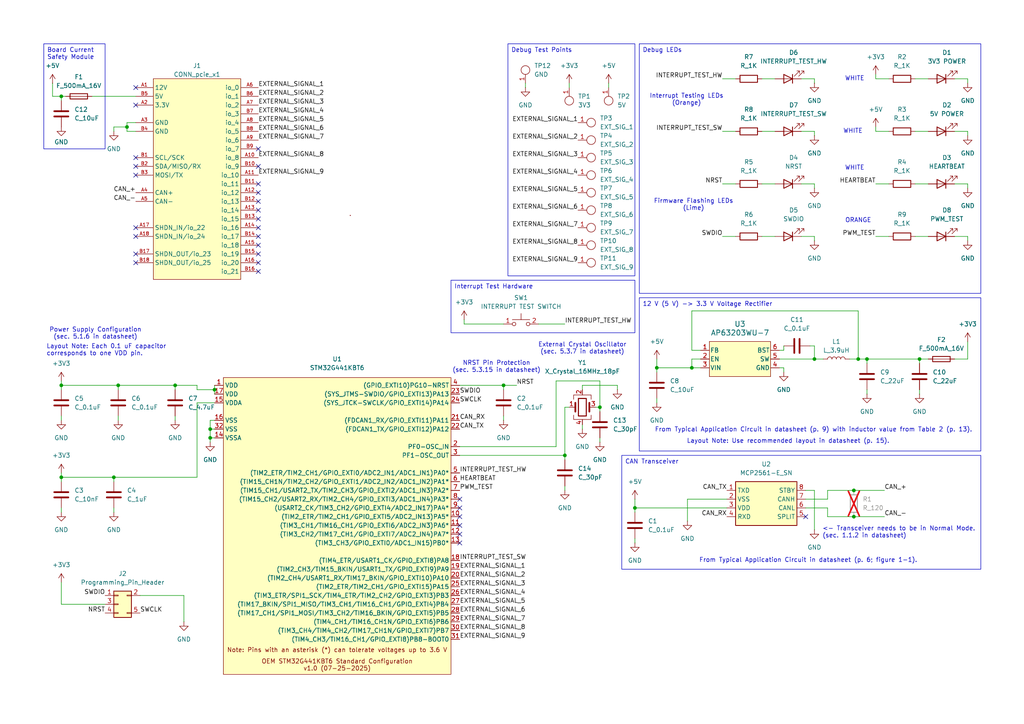
<source format=kicad_sch>
(kicad_sch (version 20250114) (generator "eeschema") (generator_version "9.0")
  (paper "A4")
  (title_block (title "STM32G441KBT6 Development Board") (date "2025-08-21") (rev "1.1") (comment 1 "Hardware: Henry Tejada Deras; Firmware: Jacob Likins"))
  (text "WHITE" (at 247.904 22.86 0) (effects (font (size 1.27 1.27))))
  (text "Layout Note: Use recommended layout in datasheet (p. 15)." (at 228.6 128.016 0) (effects (font (size 1.27 1.27))))
  (text "<- Transceiver needs to be in Normal Mode.\n(sec. 1.1.2 in datasheet)" (at 238.506 154.432 0) (effects (font (size 1.27 1.27)) (justify left)))
  (text "Interrupt Testing LEDs\n(Orange)" (at 199.136 28.956 0) (effects (font (size 1.27 1.27))))
  (text "From Typical Application Circuit in datasheet (p. 6; figure 1-1)." (at 234.442 162.56 0) (effects (font (size 1.27 1.27))))
  (text "NRST Pin Protection\n(sec. 5.3.15 in datasheet)" (at 144.018 106.426 0) (effects (font (size 1.27 1.27))))
  (text "WHITE" (at 247.904 48.768 0) (effects (font (size 1.27 1.27))))
  (text "Power Supply Configuration\n(sec. 5.1.6 in datasheet)" (at 27.686 96.774 0) (effects (font (size 1.27 1.27))))
  (text "ORANGE" (at 248.92 64.008 0) (effects (font (size 1.27 1.27))))
  (text "WHITE" (at 247.396 38.1 0) (effects (font (size 1.27 1.27))))
  (text "External Crystal Oscillator\n(sec. 5.3.7 in datasheet)" (at 168.91 101.092 0) (effects (font (size 1.27 1.27))))
  (text "Layout Note: Each 0.1 uF capacitor\ncorresponds to one VDD pin." (at 13.462 101.6 0) (effects (font (size 1.27 1.27)) (justify left)))
  (text "Firmware Flashing LEDs\n(Lime)" (at 201.168 59.436 0) (effects (font (size 1.27 1.27))))
  (text "From Typical Application Circuit in datasheet (p. 9) with inductor value from Table 2 (p. 13)." (at 235.966 124.714 0) (effects (font (size 1.27 1.27))))
  (text_box "12 V (5 V) -> 3.3 V Voltage Rectifier" (at 185.42 86.36 0) (size 99.06 44.45) (margins 0.9525 0.9525 0.9525 0.9525) (effects (font (size 1.27 1.27)) (justify left top)))
  (text_box "Debug LEDs" (at 185.42 12.7 0) (size 99.06 72.39) (margins 0.9525 0.9525 0.9525 0.9525) (effects (font (size 1.27 1.27)) (justify left top)))
  (text_box "Interrupt Test Hardware" (at 130.81 81.28 0) (size 53.34 15.24) (margins 0.9525 0.9525 0.9525 0.9525) (effects (font (size 1.27 1.27)) (justify left top)))
  (text_box "Debug Test Points" (at 147.32 12.7 0) (size 36.83 67.31) (margins 0.9525 0.9525 0.9525 0.9525) (effects (font (size 1.27 1.27)) (justify left top)))
  (text_box "Board Current Safety Module" (at 12.7 12.7 0) (size 17.78 30.48) (margins 0.9525 0.9525 0.9525 0.9525) (effects (font (size 1.27 1.27)) (justify left top)))
  (text_box "CAN Transceiver" (at 180.34 132.08 0) (size 104.14 33.02) (margins 0.9525 0.9525 0.9525 0.9525) (effects (font (size 1.27 1.27)) (justify left top)))
  (junction (at 248.92 104.14))
  (junction (at 60.96 124.46))
  (junction (at 17.78 138.43))
  (junction (at 33.02 138.43))
  (junction (at 163.83 132.08))
  (junction (at 247.65 142.24))
  (junction (at 36.83 36.83))
  (junction (at 173.99 118.11))
  (junction (at 50.8 111.76))
  (junction (at 200.66 106.68))
  (junction (at 251.46 104.14))
  (junction (at 236.22 104.14))
  (junction (at 146.05 111.76))
  (junction (at 17.78 27.94))
  (junction (at 60.96 127))
  (junction (at 34.29 111.76))
  (junction (at 247.65 149.86))
  (junction (at 62.23 113.03))
  (junction (at 17.78 111.76))
  (junction (at 266.7 104.14))
  (junction (at 184.15 147.32))
  (junction (at 190.5 106.68))
  (no_connect (at 39.37 48.26))
  (no_connect (at 39.37 45.72))
  (no_connect (at 74.93 63.5))
  (no_connect (at 39.37 25.4))
  (no_connect (at 133.35 149.86))
  (no_connect (at 39.37 50.8))
  (no_connect (at 74.93 66.04))
  (no_connect (at 39.37 76.2))
  (no_connect (at 133.35 157.48))
  (no_connect (at 133.35 154.94))
  (no_connect (at 74.93 76.2))
  (no_connect (at 133.35 144.78))
  (no_connect (at 74.93 48.26))
  (no_connect (at 74.93 43.18))
  (no_connect (at 74.93 60.96))
  (no_connect (at 39.37 68.58))
  (no_connect (at 74.93 78.74))
  (no_connect (at 233.68 149.86))
  (no_connect (at 39.37 66.04))
  (no_connect (at 74.93 71.12))
  (no_connect (at 39.37 73.66))
  (no_connect (at 74.93 55.88))
  (no_connect (at 74.93 58.42))
  (no_connect (at 74.93 53.34))
  (no_connect (at 39.37 30.48))
  (no_connect (at 133.35 147.32))
  (no_connect (at 74.93 68.58))
  (no_connect (at 133.35 152.4))
  (no_connect (at 74.93 73.66))
  (wire (pts (xy 226.06 101.6) (xy 227.33 101.6)))
  (wire (pts (xy 36.83 36.83) (xy 36.83 38.1)))
  (wire (pts (xy 17.78 137.16) (xy 17.78 138.43)))
  (wire (pts (xy 247.65 149.86) (xy 256.54 149.86)))
  (wire (pts (xy 213.36 22.86) (xy 209.55 22.86)))
  (wire (pts (xy 17.78 175.26) (xy 17.78 168.91)))
  (wire (pts (xy 15.24 24.13) (xy 15.24 27.94)))
  (wire (pts (xy 227.33 107.95) (xy 227.33 106.68)))
  (wire (pts (xy 15.24 27.94) (xy 17.78 27.94)))
  (wire (pts (xy 33.02 138.43) (xy 33.02 139.7)))
  (wire (pts (xy 233.68 147.32) (xy 240.03 147.32)))
  (wire (pts (xy 200.66 101.6) (xy 203.2 101.6)))
  (wire (pts (xy 62.23 116.84) (xy 57.15 116.84)))
  (wire (pts (xy 53.34 172.72) (xy 53.34 180.34)))
  (wire (pts (xy 39.37 35.56) (xy 36.83 35.56)))
  (wire (pts (xy 60.96 127) (xy 60.96 128.27)))
  (wire (pts (xy 190.5 106.68) (xy 190.5 107.95)))
  (wire (pts (xy 134.62 92.71) (xy 134.62 93.98)))
  (wire (pts (xy 190.5 115.57) (xy 190.5 116.84)))
  (wire (pts (xy 213.36 68.58) (xy 209.55 68.58)))
  (wire (pts (xy 233.68 144.78) (xy 240.03 144.78)))
  (wire (pts (xy 233.68 142.24) (xy 236.22 142.24)))
  (wire (pts (xy 17.78 120.65) (xy 17.78 121.92)))
  (wire (pts (xy 62.23 127) (xy 60.96 127)))
  (wire (pts (xy 257.81 38.1) (xy 254 38.1)))
  (wire (pts (xy 232.41 38.1) (xy 236.22 38.1)))
  (wire (pts (xy 251.46 104.14) (xy 266.7 104.14)))
  (wire (pts (xy 62.23 113.03) (xy 57.15 113.03)))
  (wire (pts (xy 226.06 104.14) (xy 236.22 104.14)))
  (wire (pts (xy 240.03 147.32) (xy 240.03 149.86)))
  (wire (pts (xy 146.05 120.65) (xy 146.05 121.92)))
  (wire (pts (xy 57.15 116.84) (xy 57.15 138.43)))
  (wire (pts (xy 161.29 110.49) (xy 161.29 129.54)))
  (wire (pts (xy 248.92 104.14) (xy 248.92 90.17)))
  (wire (pts (xy 163.83 132.08) (xy 163.83 133.35)))
  (wire (pts (xy 152.4 24.13) (xy 152.4 25.4)))
  (wire (pts (xy 62.23 111.76) (xy 62.23 113.03)))
  (wire (pts (xy 168.91 111.76) (xy 179.07 111.76)))
  (wire (pts (xy 190.5 104.14) (xy 190.5 106.68)))
  (wire (pts (xy 57.15 113.03) (xy 57.15 111.76)))
  (wire (pts (xy 168.91 111.76) (xy 168.91 113.03)))
  (wire (pts (xy 240.03 142.24) (xy 247.65 142.24)))
  (wire (pts (xy 19.05 27.94) (xy 17.78 27.94)))
  (wire (pts (xy 173.99 118.11) (xy 172.72 118.11)))
  (wire (pts (xy 248.92 90.17) (xy 200.66 90.17)))
  (wire (pts (xy 213.36 53.34) (xy 209.55 53.34)))
  (wire (pts (xy 200.66 106.68) (xy 203.2 106.68)))
  (wire (pts (xy 146.05 93.98) (xy 134.62 93.98)))
  (wire (pts (xy 36.83 38.1) (xy 39.37 38.1)))
  (wire (pts (xy 133.35 111.76) (xy 146.05 111.76)))
  (wire (pts (xy 40.64 172.72) (xy 53.34 172.72)))
  (wire (pts (xy 276.86 38.1) (xy 280.67 38.1)))
  (wire (pts (xy 266.7 104.14) (xy 266.7 105.41)))
  (wire (pts (xy 213.36 38.1) (xy 209.55 38.1)))
  (wire (pts (xy 163.83 132.08) (xy 163.83 118.11)))
  (wire (pts (xy 266.7 104.14) (xy 269.24 104.14)))
  (wire (pts (xy 168.91 123.19) (xy 168.91 124.46)))
  (wire (pts (xy 251.46 113.03) (xy 251.46 114.3)))
  (wire (pts (xy 184.15 148.59) (xy 184.15 147.32)))
  (wire (pts (xy 173.99 110.49) (xy 173.99 118.11)))
  (wire (pts (xy 133.35 129.54) (xy 161.29 129.54)))
  (wire (pts (xy 184.15 147.32) (xy 210.82 147.32)))
  (wire (pts (xy 246.38 104.14) (xy 248.92 104.14)))
  (wire (pts (xy 220.98 22.86) (xy 224.79 22.86)))
  (wire (pts (xy 227.33 101.6) (xy 227.33 100.33)))
  (wire (pts (xy 34.29 111.76) (xy 50.8 111.76)))
  (wire (pts (xy 232.41 22.86) (xy 236.22 22.86)))
  (wire (pts (xy 257.81 53.34) (xy 254 53.34)))
  (wire (pts (xy 236.22 38.1) (xy 236.22 39.37)))
  (wire (pts (xy 146.05 111.76) (xy 146.05 113.03)))
  (wire (pts (xy 232.41 53.34) (xy 236.22 53.34)))
  (wire (pts (xy 280.67 22.86) (xy 280.67 24.13)))
  (wire (pts (xy 266.7 113.03) (xy 266.7 114.3)))
  (wire (pts (xy 265.43 38.1) (xy 269.24 38.1)))
  (wire (pts (xy 236.22 68.58) (xy 236.22 69.85)))
  (wire (pts (xy 34.29 111.76) (xy 34.29 113.03)))
  (wire (pts (xy 265.43 68.58) (xy 269.24 68.58)))
  (wire (pts (xy 17.78 175.26) (xy 30.48 175.26)))
  (wire (pts (xy 280.67 53.34) (xy 280.67 54.61)))
  (wire (pts (xy 210.82 144.78) (xy 199.39 144.78)))
  (wire (pts (xy 36.83 35.56) (xy 36.83 36.83)))
  (wire (pts (xy 276.86 22.86) (xy 280.67 22.86)))
  (wire (pts (xy 146.05 111.76) (xy 149.86 111.76)))
  (wire (pts (xy 265.43 53.34) (xy 269.24 53.34)))
  (wire (pts (xy 220.98 38.1) (xy 224.79 38.1)))
  (wire (pts (xy 17.78 27.94) (xy 17.78 29.21)))
  (wire (pts (xy 173.99 127) (xy 173.99 128.27)))
  (wire (pts (xy 280.67 104.14) (xy 276.86 104.14)))
  (wire (pts (xy 163.83 118.11) (xy 165.1 118.11)))
  (wire (pts (xy 248.92 104.14) (xy 251.46 104.14)))
  (wire (pts (xy 240.03 144.78) (xy 240.03 142.24)))
  (wire (pts (xy 236.22 22.86) (xy 236.22 24.13)))
  (wire (pts (xy 236.22 53.34) (xy 236.22 54.61)))
  (wire (pts (xy 280.67 68.58) (xy 280.67 69.85)))
  (wire (pts (xy 200.66 104.14) (xy 200.66 106.68)))
  (wire (pts (xy 251.46 104.14) (xy 251.46 105.41)))
  (wire (pts (xy 265.43 22.86) (xy 269.24 22.86)))
  (wire (pts (xy 33.02 36.83) (xy 33.02 38.1)))
  (wire (pts (xy 236.22 100.33) (xy 236.22 104.14)))
  (wire (pts (xy 200.66 90.17) (xy 200.66 101.6)))
  (wire (pts (xy 190.5 106.68) (xy 200.66 106.68)))
  (wire (pts (xy 17.78 110.49) (xy 17.78 111.76)))
  (wire (pts (xy 17.78 111.76) (xy 17.78 113.03)))
  (wire (pts (xy 179.07 111.76) (xy 179.07 113.03)))
  (wire (pts (xy 184.15 157.48) (xy 184.15 156.21)))
  (wire (pts (xy 280.67 99.06) (xy 280.67 104.14)))
  (wire (pts (xy 133.35 132.08) (xy 163.83 132.08)))
  (wire (pts (xy 62.23 113.03) (xy 62.23 114.3)))
  (wire (pts (xy 173.99 119.38) (xy 173.99 118.11)))
  (wire (pts (xy 50.8 120.65) (xy 50.8 121.92)))
  (wire (pts (xy 254 38.1) (xy 254 36.83)))
  (wire (pts (xy 276.86 53.34) (xy 280.67 53.34)))
  (wire (pts (xy 276.86 68.58) (xy 280.67 68.58)))
  (wire (pts (xy 17.78 148.59) (xy 17.78 147.32)))
  (wire (pts (xy 280.67 38.1) (xy 280.67 39.37)))
  (wire (pts (xy 17.78 139.7) (xy 17.78 138.43)))
  (wire (pts (xy 33.02 138.43) (xy 57.15 138.43)))
  (wire (pts (xy 57.15 111.76) (xy 50.8 111.76)))
  (wire (pts (xy 60.96 121.92) (xy 60.96 124.46)))
  (wire (pts (xy 60.96 124.46) (xy 62.23 124.46)))
  (wire (pts (xy 220.98 68.58) (xy 224.79 68.58)))
  (wire (pts (xy 33.02 36.83) (xy 36.83 36.83)))
  (wire (pts (xy 203.2 104.14) (xy 200.66 104.14)))
  (wire (pts (xy 227.33 106.68) (xy 226.06 106.68)))
  (wire (pts (xy 257.81 68.58) (xy 254 68.58)))
  (wire (pts (xy 163.83 140.97) (xy 163.83 142.24)))
  (wire (pts (xy 199.39 144.78) (xy 199.39 151.13)))
  (wire (pts (xy 238.76 104.14) (xy 236.22 104.14)))
  (wire (pts (xy 26.67 27.94) (xy 39.37 27.94)))
  (wire (pts (xy 236.22 142.24) (xy 236.22 153.67)))
  (wire (pts (xy 234.95 100.33) (xy 236.22 100.33)))
  (wire (pts (xy 184.15 144.78) (xy 184.15 147.32)))
  (wire (pts (xy 17.78 111.76) (xy 34.29 111.76)))
  (wire (pts (xy 165.1 24.13) (xy 165.1 25.4)))
  (wire (pts (xy 33.02 147.32) (xy 33.02 148.59)))
  (wire (pts (xy 254 22.86) (xy 254 21.59)))
  (wire (pts (xy 161.29 110.49) (xy 173.99 110.49)))
  (wire (pts (xy 220.98 53.34) (xy 224.79 53.34)))
  (wire (pts (xy 176.53 24.13) (xy 176.53 25.4)))
  (wire (pts (xy 60.96 127) (xy 60.96 124.46)))
  (wire (pts (xy 156.21 93.98) (xy 163.83 93.98)))
  (wire (pts (xy 50.8 111.76) (xy 50.8 113.03)))
  (wire (pts (xy 34.29 120.65) (xy 34.29 121.92)))
  (wire (pts (xy 240.03 149.86) (xy 247.65 149.86)))
  (wire (pts (xy 62.23 121.92) (xy 60.96 121.92)))
  (wire (pts (xy 17.78 138.43) (xy 33.02 138.43)))
  (wire (pts (xy 247.65 142.24) (xy 256.54 142.24)))
  (wire (pts (xy 232.41 68.58) (xy 236.22 68.58)))
  (wire (pts (xy 257.81 22.86) (xy 254 22.86)))
  (label "PWM_TEST" (at 254 68.58 180))
  (label "CAN_+" (at 39.37 55.88 180))
  (label "EXTERNAL_SIGNAL_9" (at 167.64 76.2 180))
  (label "SWDIO" (at 209.55 68.58 180))
  (label "CAN_-" (at 39.37 58.42 180))
  (label "SWCLK" (at 40.64 177.8 0))
  (label "CAN_RX" (at 133.35 121.92 0))
  (label "EXTERNAL_SIGNAL_6" (at 167.64 60.96 180))
  (label "SWCLK" (at 133.35 116.84 0))
  (label "EXTERNAL_SIGNAL_7" (at 133.35 180.34 0))
  (label "HEARTBEAT" (at 133.35 139.7 0))
  (label "EXTERNAL_SIGNAL_8" (at 167.64 71.12 180))
  (label "EXTERNAL_SIGNAL_3" (at 74.93 30.48 0))
  (label "INTERRUPT_TEST_HW" (at 209.55 22.86 180))
  (label "EXTERNAL_SIGNAL_8" (at 74.93 45.72 0))
  (label "SWDIO" (at 133.35 114.3 0))
  (label "EXTERNAL_SIGNAL_2" (at 167.64 40.64 180))
  (label "EXTERNAL_SIGNAL_4" (at 167.64 50.8 180))
  (label "EXTERNAL_SIGNAL_2" (at 133.35 167.64 0))
  (label "EXTERNAL_SIGNAL_1" (at 133.35 165.1 0))
  (label "CAN_TX" (at 210.82 142.24 180))
  (label "PWM_TEST" (at 133.35 142.24 0))
  (label "EXTERNAL_SIGNAL_4" (at 133.35 172.72 0))
  (label "EXTERNAL_SIGNAL_1" (at 74.93 25.4 0))
  (label "EXTERNAL_SIGNAL_9" (at 133.35 185.42 0))
  (label "NRST" (at 209.55 53.34 180))
  (label "INTERRUPT_TEST_HW" (at 163.83 93.98 0))
  (label "CAN_+" (at 256.54 142.24 0))
  (label "EXTERNAL_SIGNAL_7" (at 74.93 40.64 0))
  (label "NRST" (at 30.48 177.8 180))
  (label "EXTERNAL_SIGNAL_6" (at 133.35 177.8 0))
  (label "EXTERNAL_SIGNAL_5" (at 167.64 55.88 180))
  (label "CAN_-" (at 256.54 149.86 0))
  (label "EXTERNAL_SIGNAL_1" (at 167.64 35.56 180))
  (label "INTERRUPT_TEST_SW" (at 209.55 38.1 180))
  (label "EXTERNAL_SIGNAL_3" (at 133.35 170.18 0))
  (label "CAN_RX" (at 210.82 149.86 180))
  (label "EXTERNAL_SIGNAL_4" (at 74.93 33.02 0))
  (label "INTERRUPT_TEST_SW" (at 133.35 162.56 0))
  (label "EXTERNAL_SIGNAL_8" (at 133.35 182.88 0))
  (label "EXTERNAL_SIGNAL_3" (at 167.64 45.72 180))
  (label "EXTERNAL_SIGNAL_7" (at 167.64 66.04 180))
  (label "INTERRUPT_TEST_HW" (at 133.35 137.16 0))
  (label "SWDIO" (at 30.48 172.72 180))
  (label "CAN_TX" (at 133.35 124.46 0))
  (label "EXTERNAL_SIGNAL_6" (at 74.93 38.1 0))
  (label "EXTERNAL_SIGNAL_9" (at 74.93 50.8 0))
  (label "EXTERNAL_SIGNAL_2" (at 74.93 27.94 0))
  (label "NRST" (at 149.86 111.76 0))
  (label "HEARTBEAT" (at 254 53.34 180))
  (label "EXTERNAL_SIGNAL_5" (at 133.35 175.26 0))
  (label "EXTERNAL_SIGNAL_5" (at 74.93 35.56 0))
  (symbol (lib_id "OEM:R_1K") (at 261.62 38.1 90) (unit 1)
    (property "Reference" "R3" (at 261.62 31.75 90))
    (property "Value" "R_1K" (at 261.62 34.29 90))
    (property "Footprint" "OEM:R_0603" (effects (hide yes)))
    (property "Datasheet" "${OEM_DIR}/parts/datasheets/stackpole_RMCF_RMCP.pdf" (effects (hide yes)))
    (property "Description" "Resistor 1K ohm 0603 1/10W 1%" (effects (hide yes)))
    (property "MPN" "RMCF0603FT1K00" (effects (hide yes)))
    (property "DKPN" "RMCF0603FT1K00TR-ND" (effects (hide yes)))
    (property "MFN" "Stackpole Electronics" (effects (hide yes)))
    (property "NewDesigns" "YES" (effects (hide yes)))
    (property "Stocked" "Reel" (effects (hide yes)))
    (property "Package" "0603" (effects (hide yes)))
    (property "Style" "SMD" (effects (hide yes)))
  )
  (symbol (lib_id "power:GND") (at 236.22 24.13 0) (unit 1)
    (property "Reference" "#PWR031" (effects (hide yes)))
    (property "Value" "GND" (at 236.22 29.21 0))
    (property "Description" "Power symbol creates a global label with name \"GND\" , ground" (effects (hide yes)))
  )
  (symbol (lib_id "OEM:LED_WHITE") (at 273.05 38.1 180) (unit 1)
    (property "Reference" "D2" (at 274.6375 30.48 0))
    (property "Value" "5V POWER" (at 274.6375 33.02 0))
    (property "Footprint" "OEM:CHIPLED_0805" (effects (hide yes)))
    (property "Datasheet" "${OEM_DIR}/parts/datasheets/harvatek_B1701TW--20P000314U1930.pdf" (effects (hide yes)))
    (property "Description" "Light emitting diode" (effects (hide yes)))
    (property "MPN" "B1701TW--20P000314U1930" (effects (hide yes)))
    (property "MFN" "Harvatek" (effects (hide yes)))
    (property "DKPN" "3147-B1701TW--20P000314U1930DKR-ND" (effects (hide yes)))
    (property "Package" "0805" (effects (hide yes)))
    (property "NewDesigns" "Yes" (effects (hide yes)))
    (property "Stocked" "Digi-Reel" (effects (hide yes)))
    (property "Style" "SMD" (effects (hide yes)))
  )
  (symbol (lib_id "OEM:R_1K") (at 261.62 53.34 90) (unit 1)
    (property "Reference" "R4" (at 261.62 46.99 90))
    (property "Value" "R_1K" (at 261.62 49.53 90))
    (property "Footprint" "OEM:R_0603" (effects (hide yes)))
    (property "Datasheet" "${OEM_DIR}/parts/datasheets/stackpole_RMCF_RMCP.pdf" (effects (hide yes)))
    (property "Description" "Resistor 1K ohm 0603 1/10W 1%" (effects (hide yes)))
    (property "MPN" "RMCF0603FT1K00" (effects (hide yes)))
    (property "DKPN" "RMCF0603FT1K00TR-ND" (effects (hide yes)))
    (property "MFN" "Stackpole Electronics" (effects (hide yes)))
    (property "NewDesigns" "YES" (effects (hide yes)))
    (property "Stocked" "Reel" (effects (hide yes)))
    (property "Package" "0603" (effects (hide yes)))
    (property "Style" "SMD" (effects (hide yes)))
  )
  (symbol (lib_id "OEM:TP_SMD") (at 168.91 50.8 270) (unit 1)
    (property "Reference" "TP6" (at 173.99 49.5299 90) (effects (justify left)))
    (property "Value" "EXT_SIG_4" (at 173.99 52.0699 90) (effects (justify left)))
    (property "Footprint" "OEM:Test_Point_SMD" (effects (hide yes)))
    (property "Description" "test point SMD hook" (effects (hide yes)))
    (property "MPN" "5019" (effects (hide yes)))
    (property "MFN" "Keystone" (effects (hide yes)))
    (property "DKPN" "36-5019TR-ND" (effects (hide yes)))
    (property "NewDesigns" "YES" (effects (hide yes)))
    (property "Stocked" "Reel" (effects (hide yes)))
    (property "Package" "Custom" (effects (hide yes)))
    (property "Style" "SMD" (effects (hide yes)))
  )
  (symbol (lib_id "OEM:TP_SMD") (at 152.4 22.86 0) (unit 1)
    (property "Reference" "TP12" (at 154.94 19.0499 0) (effects (justify left)))
    (property "Value" "GND" (at 154.94 21.5899 0) (effects (justify left)))
    (property "Footprint" "OEM:Test_Point_SMD" (effects (hide yes)))
    (property "Description" "test point SMD hook" (effects (hide yes)))
    (property "MPN" "5019" (effects (hide yes)))
    (property "MFN" "Keystone" (effects (hide yes)))
    (property "DKPN" "36-5019TR-ND" (effects (hide yes)))
    (property "NewDesigns" "YES" (effects (hide yes)))
    (property "Stocked" "Reel" (effects (hide yes)))
    (property "Package" "Custom" (effects (hide yes)))
    (property "Style" "SMD" (effects (hide yes)))
  )
  (symbol (lib_id "OEM:SW_Push_SPST_NO") (at 151.13 93.98 0) (unit 1)
    (property "Reference" "SW1" (at 151.13 86.36 0))
    (property "Value" "INTERRUPT TEST SWITCH" (at 151.13 88.9 0))
    (property "Footprint" "OEM:SW_B3U-1000P_4.2x1.7mm" (effects (hide yes)))
    (property "Datasheet" "https://omronfs.omron.com/en_US/ecb/products/pdf/en-b3u.pdf" (effects (hide yes)))
    (property "Description" "push button SMD" (effects (hide yes)))
    (property "MPN" "B3U-1000P" (effects (hide yes)))
    (property "MFN" "Omron" (effects (hide yes)))
    (property "DKPN" "SW1020CT-ND" (effects (hide yes)))
    (property "NewDesigns" "YES" (effects (hide yes)))
    (property "Stocked" "Tape" (effects (hide yes)))
    (property "Package" "Custom" (effects (hide yes)))
    (property "Style" "SMD" (effects (hide yes)))
  )
  (symbol (lib_id "power:GND") (at 184.15 157.48 0) (unit 1)
    (property "Reference" "#PWR11" (effects (hide yes)))
    (property "Value" "GND" (at 184.15 162.56 0))
    (property "Description" "Power symbol creates a global label with name \"GND\" , ground" (effects (hide yes)))
  )
  (symbol (lib_id "power:+5V") (at 190.5 104.14 0) (unit 1)
    (property "Reference" "#PWR035" (effects (hide yes)))
    (property "Value" "+5V" (at 190.5 99.06 0))
    (property "Description" "Power symbol creates a global label with name \"+5V\"" (effects (hide yes)))
  )
  (symbol (lib_id "power:GND") (at 17.78 121.92 0) (unit 1)
    (property "Reference" "#PWR039" (effects (hide yes)))
    (property "Value" "GND" (at 17.78 127 0))
    (property "Description" "Power symbol creates a global label with name \"GND\" , ground" (effects (hide yes)))
  )
  (symbol (lib_id "OEM:LED_WHITE") (at 273.05 53.34 180) (unit 1)
    (property "Reference" "D3" (at 274.6375 45.72 0))
    (property "Value" "HEARTBEAT" (at 274.6375 48.26 0))
    (property "Footprint" "OEM:CHIPLED_0805" (effects (hide yes)))
    (property "Datasheet" "${OEM_DIR}/parts/datasheets/harvatek_B1701TW--20P000314U1930.pdf" (effects (hide yes)))
    (property "Description" "Light emitting diode" (effects (hide yes)))
    (property "MPN" "B1701TW--20P000314U1930" (effects (hide yes)))
    (property "MFN" "Harvatek" (effects (hide yes)))
    (property "DKPN" "3147-B1701TW--20P000314U1930DKR-ND" (effects (hide yes)))
    (property "Package" "0805" (effects (hide yes)))
    (property "NewDesigns" "Yes" (effects (hide yes)))
    (property "Stocked" "Digi-Reel" (effects (hide yes)))
    (property "Style" "SMD" (effects (hide yes)))
  )
  (symbol (lib_id "power:+3V3") (at 17.78 137.16 0) (unit 1)
    (property "Reference" "#PWR014" (effects (hide yes)))
    (property "Value" "+3V3" (at 17.78 132.08 0))
    (property "Description" "Power symbol creates a global label with name \"+3V3\"" (effects (hide yes)))
  )
  (symbol (lib_id "OEM:C_30pF") (at 163.83 137.16 0) (unit 1)
    (property "Reference" "C14" (at 167.64 135.8899 0) (effects (justify left)))
    (property "Value" "C_30pF" (at 167.64 138.4299 0) (effects (justify left)))
    (property "Footprint" "OEM:C_0603" (effects (hide yes)))
    (property "Datasheet" "https://www.seielect.com/Catalog/SEI-CML.PDF" (effects (hide yes)))
    (property "Description" "Unpolarized capacitor 30pf 5% 50V C0G NP0 0603" (effects (hide yes)))
    (property "MPN" "CML0603C0G300JT50V" (effects (hide yes)))
    (property "MFN" "Stackpole Electronics" (effects (hide yes)))
    (property "DKPN" "738-CML0603C0G300JT50VDKR-ND" (effects (hide yes)))
    (property "NewDesigns" "YES" (effects (hide yes)))
    (property "Stocked" "Digi-Reel" (effects (hide yes)))
    (property "Package" "0603" (effects (hide yes)))
    (property "Style" "SMD" (effects (hide yes)))
  )
  (symbol (lib_id "power:+5V") (at 176.53 24.13 0) (unit 1)
    (property "Reference" "#PWR07" (effects (hide yes)))
    (property "Value" "+5V" (at 176.53 19.05 0))
    (property "Description" "Power symbol creates a global label with name \"+5V\"" (effects (hide yes)))
  )
  (symbol (lib_id "power:GND") (at 34.29 121.92 0) (unit 1)
    (property "Reference" "#PWR040" (effects (hide yes)))
    (property "Value" "GND" (at 34.29 127 0))
    (property "Description" "Power symbol creates a global label with name \"GND\" , ground" (effects (hide yes)))
  )
  (symbol (lib_id "OEM:R_1K") (at 261.62 22.86 90) (unit 1)
    (property "Reference" "R2" (at 261.62 16.51 90))
    (property "Value" "R_1K" (at 261.62 19.05 90))
    (property "Footprint" "OEM:R_0603" (effects (hide yes)))
    (property "Datasheet" "${OEM_DIR}/parts/datasheets/stackpole_RMCF_RMCP.pdf" (effects (hide yes)))
    (property "Description" "Resistor 1K ohm 0603 1/10W 1%" (effects (hide yes)))
    (property "MPN" "RMCF0603FT1K00" (effects (hide yes)))
    (property "DKPN" "RMCF0603FT1K00TR-ND" (effects (hide yes)))
    (property "MFN" "Stackpole Electronics" (effects (hide yes)))
    (property "NewDesigns" "YES" (effects (hide yes)))
    (property "Stocked" "Reel" (effects (hide yes)))
    (property "Package" "0603" (effects (hide yes)))
    (property "Style" "SMD" (effects (hide yes)))
  )
  (symbol (lib_id "power:+3V3") (at 134.62 92.71 0) (unit 1)
    (property "Reference" "#PWR028" (effects (hide yes)))
    (property "Value" "+3V3" (at 134.62 87.63 0))
    (property "Description" "Power symbol creates a global label with name \"+3V3\"" (effects (hide yes)))
  )
  (symbol (lib_id "power:GND") (at 33.02 148.59 0) (unit 1)
    (property "Reference" "#PWR013" (effects (hide yes)))
    (property "Value" "GND" (at 33.02 153.67 0))
    (property "Description" "Power symbol creates a global label with name \"GND\" , ground" (effects (hide yes)))
  )
  (symbol (lib_id "OEM:TP_SMD") (at 165.1 26.67 180) (unit 1)
    (property "Reference" "TP1" (at 167.64 27.9399 0) (effects (justify right)))
    (property "Value" "3V3" (at 167.64 30.4799 0) (effects (justify right)))
    (property "Footprint" "OEM:Test_Point_SMD" (effects (hide yes)))
    (property "Description" "test point SMD hook" (effects (hide yes)))
    (property "MPN" "5019" (effects (hide yes)))
    (property "MFN" "Keystone" (effects (hide yes)))
    (property "DKPN" "36-5019TR-ND" (effects (hide yes)))
    (property "NewDesigns" "YES" (effects (hide yes)))
    (property "Stocked" "Reel" (effects (hide yes)))
    (property "Package" "Custom" (effects (hide yes)))
    (property "Style" "SMD" (effects (hide yes)))
  )
  (symbol (lib_id "power:GND") (at 227.33 107.95 0) (unit 1)
    (property "Reference" "#PWR033" (effects (hide yes)))
    (property "Value" "GND" (at 227.33 113.03 0))
    (property "Description" "Power symbol creates a global label with name \"GND\" , ground" (effects (hide yes)))
  )
  (symbol (lib_id "OEM:TP_SMD") (at 168.91 76.2 270) (unit 1)
    (property "Reference" "TP11" (at 173.99 74.9299 90) (effects (justify left)))
    (property "Value" "EXT_SIG_9" (at 173.99 77.4699 90) (effects (justify left)))
    (property "Footprint" "OEM:Test_Point_SMD" (effects (hide yes)))
    (property "Description" "test point SMD hook" (effects (hide yes)))
    (property "MPN" "5019" (effects (hide yes)))
    (property "MFN" "Keystone" (effects (hide yes)))
    (property "DKPN" "36-5019TR-ND" (effects (hide yes)))
    (property "NewDesigns" "YES" (effects (hide yes)))
    (property "Stocked" "Reel" (effects (hide yes)))
    (property "Package" "Custom" (effects (hide yes)))
    (property "Style" "SMD" (effects (hide yes)))
  )
  (symbol (lib_id "OEM:R_1K") (at 217.17 53.34 90) (unit 1)
    (property "Reference" "R5" (at 217.17 46.99 90))
    (property "Value" "R_1K" (at 217.17 49.53 90))
    (property "Footprint" "OEM:R_0603" (effects (hide yes)))
    (property "Datasheet" "${OEM_DIR}/parts/datasheets/stackpole_RMCF_RMCP.pdf" (effects (hide yes)))
    (property "Description" "Resistor 1K ohm 0603 1/10W 1%" (effects (hide yes)))
    (property "MPN" "RMCF0603FT1K00" (effects (hide yes)))
    (property "DKPN" "RMCF0603FT1K00TR-ND" (effects (hide yes)))
    (property "MFN" "Stackpole Electronics" (effects (hide yes)))
    (property "NewDesigns" "YES" (effects (hide yes)))
    (property "Stocked" "Reel" (effects (hide yes)))
    (property "Package" "0603" (effects (hide yes)))
    (property "Style" "SMD" (effects (hide yes)))
  )
  (symbol (lib_id "OEM:X_Crystal_16MHz_18pF") (at 168.91 118.11 0) (unit 1)
    (property "Reference" "Y1" (at 168.91 105.156 0))
    (property "Value" "X_Crystal_16MHz_18pF" (at 168.91 107.696 0))
    (property "Footprint" "OEM:Crystal_TXC7M" (effects (hide yes)))
    (property "Datasheet" "http://txccrystal.com/images/pdf/7m.pdf" (effects (hide yes)))
    (property "Description" "16MHz 18pF crystal" (effects (hide yes)))
    (property "MPN" "7M-16.000MAAJ-T" (effects (hide yes)))
    (property "MFN" "TXC" (effects (hide yes)))
    (property "DKPN" "887-1125-1-ND" (effects (hide yes)))
    (property "NewDesigns" "YES" (effects (hide yes)))
    (property "Stocked" "Tape" (effects (hide yes)))
    (property "Package" "Custom" (effects (hide yes)))
    (property "Style" "SMD" (effects (hide yes)))
  )
  (symbol (lib_id "power:GND") (at 168.91 124.46 0) (unit 1)
    (property "Reference" "#PWR021" (effects (hide yes)))
    (property "Value" "GND" (at 168.91 129.54 0))
    (property "Description" "Power symbol creates a global label with name \"GND\" , ground" (effects (hide yes)))
  )
  (symbol (lib_id "power:GND") (at 173.99 128.27 0) (unit 1)
    (property "Reference" "#PWR041" (effects (hide yes)))
    (property "Value" "GND" (at 173.99 133.35 0))
    (property "Description" "Power symbol creates a global label with name \"GND\" , ground" (effects (hide yes)))
  )
  (symbol (lib_id "OEM:R_1K") (at 217.17 22.86 90) (unit 1)
    (property "Reference" "R7" (at 217.17 16.51 90))
    (property "Value" "R_1K" (at 217.17 19.05 90))
    (property "Footprint" "OEM:R_0603" (effects (hide yes)))
    (property "Datasheet" "${OEM_DIR}/parts/datasheets/stackpole_RMCF_RMCP.pdf" (effects (hide yes)))
    (property "Description" "Resistor 1K ohm 0603 1/10W 1%" (effects (hide yes)))
    (property "MPN" "RMCF0603FT1K00" (effects (hide yes)))
    (property "DKPN" "RMCF0603FT1K00TR-ND" (effects (hide yes)))
    (property "MFN" "Stackpole Electronics" (effects (hide yes)))
    (property "NewDesigns" "YES" (effects (hide yes)))
    (property "Stocked" "Reel" (effects (hide yes)))
    (property "Package" "0603" (effects (hide yes)))
    (property "Style" "SMD" (effects (hide yes)))
  )
  (symbol (lib_id "power:GND") (at 17.78 36.83 0) (unit 1)
    (property "Reference" "#PWR0101" (effects (hide yes)))
    (property "Value" "GND" (at 17.78 41.91 0) (effects (justify bottom)))
    (property "Description" "Power symbol creates a global label with name \"GND\" , ground" (effects (hide yes)))
  )
  (symbol (lib_id "power:GND") (at 251.46 114.3 0) (unit 1)
    (property "Reference" "#PWR037" (effects (hide yes)))
    (property "Value" "GND" (at 251.46 119.38 0))
    (property "Description" "Power symbol creates a global label with name \"GND\" , ground" (effects (hide yes)))
  )
  (symbol (lib_id "OEM:C_0.1uF") (at 184.15 152.4 180) (unit 1)
    (property "Reference" "C1" (at 187.96 151.1299 0) (effects (justify right)))
    (property "Value" "C_0.1uF" (at 187.96 153.6699 0) (effects (justify right)))
    (property "Footprint" "OEM:C_0603" (effects (hide yes)))
    (property "Datasheet" "${OEM_DIR}/parts/datasheets/samsung_CL10B104KB8NNWC.pdf" (effects (hide yes)))
    (property "Description" "Unpolarized capacitor 0.1uF 50V X7R 0603" (effects (hide yes)))
    (property "MPN" "CL10B104KB8NNWC" (effects (hide yes)))
    (property "MFN" "Samsung Electro-Mechanics" (effects (hide yes)))
    (property "DKPN" "1276-1935-2-ND" (effects (hide yes)))
    (property "Package" "0603" (effects (hide yes)))
    (property "Stocked" "Reel" (effects (hide yes)))
    (property "NewDesigns" "YES" (effects (hide yes)))
    (property "Style" "SMD" (effects (hide yes)))
  )
  (symbol (lib_id "power:GND") (at 17.78 148.59 0) (unit 1)
    (property "Reference" "#PWR038" (effects (hide yes)))
    (property "Value" "GND" (at 17.78 153.67 0))
    (property "Description" "Power symbol creates a global label with name \"GND\" , ground" (effects (hide yes)))
  )
  (symbol (lib_id "OEM:F_500mA_16V") (at 22.86 27.94 90) (unit 1)
    (property "Reference" "F1" (at 22.86 21.59 90) (effects (justify bottom)))
    (property "Value" "F_500mA_16V" (at 22.86 24.13 90) (effects (justify bottom)))
    (property "Footprint" "OEM:Fuse_1210" (effects (hide yes)))
    (property "Datasheet" "https://belfuse.com/resources/CircuitProtection/datasheets/0ZCH%20Nov2016.pdf" (effects (hide yes)))
    (property "Description" "Fuse, PTC, 500mA, 16V, 1210" (effects (hide yes)))
    (property "MPN" "0ZCH0050FF2G" (effects (hide yes)))
    (property "MFN" "Bel Fuse" (effects (hide yes)))
    (property "DKPN" "507-1786-1-ND" (effects (hide yes)))
    (property "NewDesigns" "YES" (effects (hide yes)))
    (property "Stocked" "Tape" (effects (hide yes)))
    (property "Package" "1210" (effects (hide yes)))
    (property "Style" "SMD" (effects (hide yes)))
  )
  (symbol (lib_id "power:+3V3") (at 17.78 168.91 0) (unit 1)
    (property "Reference" "#PWR019" (effects (hide yes)))
    (property "Value" "+3V3" (at 17.78 163.83 0))
    (property "Description" "Power symbol creates a global label with name \"+3V3\"" (effects (hide yes)))
  )
  (symbol (lib_id "power:GND") (at 146.05 121.92 0) (unit 1)
    (property "Reference" "#PWR018" (effects (hide yes)))
    (property "Value" "GND" (at 146.05 127 0))
    (property "Description" "Power symbol creates a global label with name \"GND\" , ground" (effects (hide yes)))
  )
  (symbol (lib_id "stm32g441kb:MCP2561-E_SN") (at 222.25 146.05 0) (unit 1)
    (property "Reference" "U2" (at 222.25 134.62 0))
    (property "Value" "MCP2561-E_SN" (at 222.25 137.16 0))
    (property "Footprint" "stm32g441kbt6:SOIC127P600X175-8N" (effects (hide yes)))
    (property "Description" "CAN Transceiver 1Mbps 5V 125degC SOIC8 Microchip MCP2561-E/SN, CAN Transceiver 1MBps 1-channel IEC 61000-4-2, 8-Pin SOIC" (effects (hide yes)))
    (property "Height" "1.75" (effects (hide yes)))
    (property "Mouser Part Number" "579-MCP2561-E/SN" (effects (hide yes)))
    (property "Mouser Price/Stock" "https://www.mouser.co.uk/ProductDetail/Microchip-Technology/MCP2561-E-SN?qs=6qKXPk0vzx28OXZ8VYnZ2A%3D%3D" (effects (hide yes)))
    (property "Manufacturer_Name" "Microchip" (effects (hide yes)))
    (property "Manufacturer_Part_Number" "MCP2561-E/SN" (effects (hide yes)))
  )
  (symbol (lib_id "power:GND") (at 280.67 69.85 0) (unit 1)
    (property "Reference" "#PWR08" (effects (hide yes)))
    (property "Value" "GND" (at 280.67 74.93 0))
    (property "Description" "Power symbol creates a global label with name \"GND\" , ground" (effects (hide yes)))
  )
  (symbol (lib_id "power:+3V3") (at 280.67 99.06 0) (unit 1)
    (property "Reference" "#PWR09" (effects (hide yes)))
    (property "Value" "+3V3" (at 280.67 93.98 0))
    (property "Description" "Power symbol creates a global label with name \"+3V3\"" (effects (hide yes)))
  )
  (symbol (lib_id "OEM:LED_GREEN") (at 228.6 53.34 180) (unit 1)
    (property "Reference" "D4" (at 230.1875 45.72 0))
    (property "Value" "NRST" (at 230.1875 48.26 0))
    (property "Footprint" "OEM:CHIPLED_0805" (effects (hide yes)))
    (property "Datasheet" "${OEM_DIR}/parts/datasheets" (effects (hide yes)))
    (property "Description" "Light emitting diode" (effects (hide yes)))
    (property "Package" "0805" (effects (hide yes)))
    (property "NewDesigns" "No" (effects (hide yes)))
    (property "Stocked" "No" (effects (hide yes)))
    (property "Style" "SMD" (effects (hide yes)))
  )
  (symbol (lib_id "power:GND") (at 236.22 54.61 0) (unit 1)
    (property "Reference" "#PWR025" (effects (hide yes)))
    (property "Value" "GND" (at 236.22 59.69 0))
    (property "Description" "Power symbol creates a global label with name \"GND\" , ground" (effects (hide yes)))
  )
  (symbol (lib_id "OEM:TP_SMD") (at 168.91 40.64 270) (unit 1)
    (property "Reference" "TP4" (at 173.99 39.3699 90) (effects (justify left)))
    (property "Value" "EXT_SIG_2" (at 173.99 41.9099 90) (effects (justify left)))
    (property "Footprint" "OEM:Test_Point_SMD" (effects (hide yes)))
    (property "Description" "test point SMD hook" (effects (hide yes)))
    (property "MPN" "5019" (effects (hide yes)))
    (property "MFN" "Keystone" (effects (hide yes)))
    (property "DKPN" "36-5019TR-ND" (effects (hide yes)))
    (property "NewDesigns" "YES" (effects (hide yes)))
    (property "Stocked" "Reel" (effects (hide yes)))
    (property "Package" "Custom" (effects (hide yes)))
    (property "Style" "SMD" (effects (hide yes)))
  )
  (symbol (lib_id "power:GND") (at 280.67 39.37 0) (unit 1)
    (property "Reference" "#PWR024" (effects (hide yes)))
    (property "Value" "GND" (at 280.67 44.45 0))
    (property "Description" "Power symbol creates a global label with name \"GND\" , ground" (effects (hide yes)))
  )
  (symbol (lib_id "stm32g441kb:STM32G441KBT6") (at 97.79 152.4 0) (unit 1)
    (property "Reference" "U1" (at 97.79 104.14 0))
    (property "Value" "STM32G441KBT6" (at 97.79 106.68 0))
    (property "Footprint" "stm32g441kbt6:STM32G441KBT6" (effects (hide yes)))
    (property "Datasheet" "https://www.st.com/resource/en/datasheet/stm32g441kb.pdf" (effects (hide yes)))
    (property "Description" "OEM STM32G441KBT6 Standard Configuration - v1.0 (07-25-2025)" (effects (hide yes)))
  )
  (symbol (lib_id "OEM:C_0.1uF") (at 17.78 116.84 0) (unit 1)
    (property "Reference" "C5" (at 21.59 115.5699 0) (effects (justify left)))
    (property "Value" "C_0.1uF" (at 21.59 118.1099 0) (effects (justify left)))
    (property "Footprint" "OEM:C_0603" (effects (hide yes)))
    (property "Datasheet" "${OEM_DIR}/parts/datasheets/samsung_CL10B104KB8NNWC.pdf" (effects (hide yes)))
    (property "Description" "Unpolarized capacitor 0.1uF 50V X7R 0603" (effects (hide yes)))
    (property "MPN" "CL10B104KB8NNWC" (effects (hide yes)))
    (property "MFN" "Samsung Electro-Mechanics" (effects (hide yes)))
    (property "DKPN" "1276-1935-2-ND" (effects (hide yes)))
    (property "Package" "0603" (effects (hide yes)))
    (property "Stocked" "Reel" (effects (hide yes)))
    (property "NewDesigns" "YES" (effects (hide yes)))
    (property "Style" "SMD" (effects (hide yes)))
  )
  (symbol (lib_id "OEM:C_22uF") (at 251.46 109.22 0) (unit 1)
    (property "Reference" "C9" (at 255.27 107.9499 0) (effects (justify left)))
    (property "Value" "C_22uF" (at 255.27 110.4899 0) (effects (justify left)))
    (property "Footprint" "Capacitor_SMD:C_1206_3216Metric" (effects (hide yes)))
    (property "Datasheet" "https://media.digikey.com/pdf/Data%20Sheets/Samsung%20PDFs/CL31A226KAHNNNE_Spec.pdf" (effects (hide yes)))
    (property "Description" "Unpolarized capacitor 22f 10% 25V X5R 1206" (effects (hide yes)))
    (property "MPN" "CL31A226KAHNNNE" (effects (hide yes)))
    (property "MFN" "Samsung Electro-Mechanics" (effects (hide yes)))
    (property "DKPN" "1276-3047-6-ND" (effects (hide yes)))
    (property "NewDesigns" "YES" (effects (hide yes)))
    (property "Stocked" "Digi-Reel" (effects (hide yes)))
    (property "Package" "1206" (effects (hide yes)))
    (property "Style" "SMD" (effects (hide yes)))
  )
  (symbol (lib_id "OEM:C_1uF") (at 33.02 143.51 0) (unit 1)
    (property "Reference" "C4" (at 36.83 142.2399 0) (effects (justify left)))
    (property "Value" "C_1uF" (at 36.83 144.7799 0) (effects (justify left)))
    (property "Footprint" "OEM:C_0603" (effects (hide yes)))
    (property "Datasheet" "https://media.digikey.com/pdf/Data%20Sheets/Samsung%20PDFs/CL10B105KA8NNNC_spec.pdf" (effects (hide yes)))
    (property "Description" "Unpolarized capacitor 1uF 10% 25V X7R 0603" (effects (hide yes)))
    (property "MPN" "CL10B105KA8NNNC" (effects (hide yes)))
    (property "MFN" "Samsung Electro-Mechanics" (effects (hide yes)))
    (property "DKPN" "1276-1184-2-ND" (effects (hide yes)))
    (property "Package" "0603" (effects (hide yes)))
    (property "Stocked" "Reel" (effects (hide yes)))
    (property "NewDesigns" "YES" (effects (hide yes)))
    (property "Style" "SMD" (effects (hide yes)))
  )
  (symbol (lib_id "OEM:C_0.1uF") (at 146.05 116.84 0) (unit 1)
    (property "Reference" "C2" (at 149.86 115.5699 0) (effects (justify left)))
    (property "Value" "C_0.1uF" (at 149.86 118.1099 0) (effects (justify left)))
    (property "Footprint" "OEM:C_0603" (effects (hide yes)))
    (property "Datasheet" "${OEM_DIR}/parts/datasheets/samsung_CL10B104KB8NNWC.pdf" (effects (hide yes)))
    (property "Description" "Unpolarized capacitor 0.1uF 50V X7R 0603" (effects (hide yes)))
    (property "MPN" "CL10B104KB8NNWC" (effects (hide yes)))
    (property "MFN" "Samsung Electro-Mechanics" (effects (hide yes)))
    (property "DKPN" "1276-1935-2-ND" (effects (hide yes)))
    (property "Package" "0603" (effects (hide yes)))
    (property "Stocked" "Reel" (effects (hide yes)))
    (property "NewDesigns" "YES" (effects (hide yes)))
    (property "Style" "SMD" (effects (hide yes)))
  )
  (symbol (lib_id "OEM:LED_WHITE") (at 273.05 22.86 180) (unit 1)
    (property "Reference" "D1" (at 274.6375 15.24 0))
    (property "Value" "3V3 POWER" (at 274.6375 17.78 0))
    (property "Footprint" "OEM:CHIPLED_0805" (effects (hide yes)))
    (property "Datasheet" "${OEM_DIR}/parts/datasheets/harvatek_B1701TW--20P000314U1930.pdf" (effects (hide yes)))
    (property "Description" "Light emitting diode" (effects (hide yes)))
    (property "MPN" "B1701TW--20P000314U1930" (effects (hide yes)))
    (property "MFN" "Harvatek" (effects (hide yes)))
    (property "DKPN" "3147-B1701TW--20P000314U1930DKR-ND" (effects (hide yes)))
    (property "Package" "0805" (effects (hide yes)))
    (property "NewDesigns" "Yes" (effects (hide yes)))
    (property "Stocked" "Digi-Reel" (effects (hide yes)))
    (property "Style" "SMD" (effects (hide yes)))
  )
  (symbol (lib_id "OEM:C_10nF") (at 17.78 143.51 0) (unit 1)
    (property "Reference" "C3" (at 21.59 142.2399 0) (effects (justify left)))
    (property "Value" "C_10nF" (at 21.59 144.7799 0) (effects (justify left)))
    (property "Footprint" "OEM:C_0603" (effects (hide yes)))
    (property "Datasheet" "${OEM_DIR}/parts/datasheets/samsung_CL10B103KB8NNNC.pdf" (effects (hide yes)))
    (property "Description" "Unpolarized capacitor 10nF 50V X7R 0603 10000pF" (effects (hide yes)))
    (property "MPN" "CL10B103KB8NNNC" (effects (hide yes)))
    (property "MFN" "Samsung Electro-Mechanics" (effects (hide yes)))
    (property "DKPN" "1276-1009-2-ND" (effects (hide yes)))
    (property "Package" "0603" (effects (hide yes)))
    (property "Stocked" "Reel" (effects (hide yes)))
    (property "NewDesigns" "YES" (effects (hide yes)))
    (property "Style" "SMD" (effects (hide yes)))
  )
  (symbol (lib_id "power:GND") (at 199.39 151.13 0) (unit 1)
    (property "Reference" "#PWR05" (effects (hide yes)))
    (property "Value" "GND" (at 199.39 156.21 0))
    (property "Description" "Power symbol creates a global label with name \"GND\" , ground" (effects (hide yes)))
  )
  (symbol (lib_id "OEM:LED_AMBER") (at 273.05 68.58 180) (unit 1)
    (property "Reference" "D8" (at 274.6375 60.96 0))
    (property "Value" "PWM_TEST" (at 274.6375 63.5 0))
    (property "Footprint" "OEM:CHIPLED_0805" (effects (hide yes)))
    (property "Datasheet" "${OEM_DIR}/parts/datasheets" (effects (hide yes)))
    (property "Description" "Light emitting diode" (effects (hide yes)))
    (property "Package" "0805" (effects (hide yes)))
    (property "NewDesigns" "No" (effects (hide yes)))
    (property "Stocked" "No" (effects (hide yes)))
    (property "Style" "SMD" (effects (hide yes)))
  )
  (symbol (lib_id "OEM:R_1K") (at 261.62 68.58 90) (unit 1)
    (property "Reference" "R9" (at 261.62 62.23 90))
    (property "Value" "R_1K" (at 261.62 64.77 90))
    (property "Footprint" "OEM:R_0603" (effects (hide yes)))
    (property "Datasheet" "${OEM_DIR}/parts/datasheets/stackpole_RMCF_RMCP.pdf" (effects (hide yes)))
    (property "Description" "Resistor 1K ohm 0603 1/10W 1%" (effects (hide yes)))
    (property "MPN" "RMCF0603FT1K00" (effects (hide yes)))
    (property "DKPN" "RMCF0603FT1K00TR-ND" (effects (hide yes)))
    (property "MFN" "Stackpole Electronics" (effects (hide yes)))
    (property "NewDesigns" "YES" (effects (hide yes)))
    (property "Stocked" "Reel" (effects (hide yes)))
    (property "Package" "0603" (effects (hide yes)))
    (property "Style" "SMD" (effects (hide yes)))
  )
  (symbol (lib_id "power:GND") (at 280.67 24.13 0) (unit 1)
    (property "Reference" "#PWR022" (effects (hide yes)))
    (property "Value" "GND" (at 280.67 29.21 0))
    (property "Description" "Power symbol creates a global label with name \"GND\" , ground" (effects (hide yes)))
  )
  (symbol (lib_id "power:GND") (at 53.34 180.34 0) (unit 1)
    (property "Reference" "#PWR020" (effects (hide yes)))
    (property "Value" "GND" (at 53.34 185.42 0))
    (property "Description" "Power symbol creates a global label with name \"GND\" , ground" (effects (hide yes)))
  )
  (symbol (lib_id "OEM:TP_SMD") (at 168.91 71.12 270) (unit 1)
    (property "Reference" "TP10" (at 173.99 69.8499 90) (effects (justify left)))
    (property "Value" "EXT_SIG_8" (at 173.99 72.3899 90) (effects (justify left)))
    (property "Footprint" "OEM:Test_Point_SMD" (effects (hide yes)))
    (property "Description" "test point SMD hook" (effects (hide yes)))
    (property "MPN" "5019" (effects (hide yes)))
    (property "MFN" "Keystone" (effects (hide yes)))
    (property "DKPN" "36-5019TR-ND" (effects (hide yes)))
    (property "NewDesigns" "YES" (effects (hide yes)))
    (property "Stocked" "Reel" (effects (hide yes)))
    (property "Package" "Custom" (effects (hide yes)))
    (property "Style" "SMD" (effects (hide yes)))
  )
  (symbol (lib_name "CONN_pcie_x1_1") (lib_id "OEM:CONN_pcie_x1") (at 57.15 49.53 0) (unit 1)
    (property "Reference" "J1" (at 57.15 19.05 0))
    (property "Value" "CONN_pcie_x1" (at 57.15 21.59 0))
    (property "Footprint" "OEM:pcie_x1" (effects (hide yes)))
    (property "Datasheet" "https://www.te.com/commerce/DocumentDelivery/DDEController?Action=showdoc&DocId=Data+Sheet%7F4-1773442-7%7F0308%7Fpdf%7FEnglish%7FENG_DS_4-1773442-7_0308.pdf%7F2-1761465-1" (effects (hide yes)))
    (property "Description" "Interface used to connect daugterboards to Mk.VII's motherboards" (effects (hide yes)))
  )
  (symbol (lib_id "OEM:C_4.7uF") (at 50.8 116.84 0) (unit 1)
    (property "Reference" "C7" (at 54.61 115.5699 0) (effects (justify left)))
    (property "Value" "C_4.7uF" (at 54.61 118.1099 0) (effects (justify left)))
    (property "Footprint" "OEM:C_0603" (effects (hide yes)))
    (property "Datasheet" "${OEM_DIR}/parts/datasheets" (effects (hide yes)))
    (property "Description" "Unpolarized capacitor 4.7uF 25V X5R 0603" (effects (hide yes)))
    (property "MPN" "GRT188R61E475ME13D" (effects (hide yes)))
    (property "MFN" "Murata" (effects (hide yes)))
    (property "DKPN" "490-12329-6-ND" (effects (hide yes)))
    (property "Package" "0603" (effects (hide yes)))
    (property "Stocked" "Digi-Reel" (effects (hide yes)))
    (property "NewDesigns" "YES" (effects (hide yes)))
    (property "Style" "SMD" (effects (hide yes)))
  )
  (symbol (lib_id "power:GND") (at 266.7 114.3 0) (unit 1)
    (property "Reference" "#PWR034" (effects (hide yes)))
    (property "Value" "GND" (at 266.7 119.38 0))
    (property "Description" "Power symbol creates a global label with name \"GND\" , ground" (effects (hide yes)))
  )
  (symbol (lib_id "power:GND") (at 280.67 54.61 0) (unit 1)
    (property "Reference" "#PWR026" (effects (hide yes)))
    (property "Value" "GND" (at 280.67 59.69 0))
    (property "Description" "Power symbol creates a global label with name \"GND\" , ground" (effects (hide yes)))
  )
  (symbol (lib_id "OEM:R_1K") (at 217.17 68.58 90) (unit 1)
    (property "Reference" "R6" (at 217.17 62.23 90))
    (property "Value" "R_1K" (at 217.17 64.77 90))
    (property "Footprint" "OEM:R_0603" (effects (hide yes)))
    (property "Datasheet" "${OEM_DIR}/parts/datasheets/stackpole_RMCF_RMCP.pdf" (effects (hide yes)))
    (property "Description" "Resistor 1K ohm 0603 1/10W 1%" (effects (hide yes)))
    (property "MPN" "RMCF0603FT1K00" (effects (hide yes)))
    (property "DKPN" "RMCF0603FT1K00TR-ND" (effects (hide yes)))
    (property "MFN" "Stackpole Electronics" (effects (hide yes)))
    (property "NewDesigns" "YES" (effects (hide yes)))
    (property "Stocked" "Reel" (effects (hide yes)))
    (property "Package" "0603" (effects (hide yes)))
    (property "Style" "SMD" (effects (hide yes)))
  )
  (symbol (lib_id "power:GND") (at 236.22 39.37 0) (unit 1)
    (property "Reference" "#PWR030" (effects (hide yes)))
    (property "Value" "GND" (at 236.22 44.45 0))
    (property "Description" "Power symbol creates a global label with name \"GND\" , ground" (effects (hide yes)))
  )
  (symbol (lib_id "OEM:TP_SMD") (at 168.91 66.04 270) (unit 1)
    (property "Reference" "TP9" (at 173.99 64.7699 90) (effects (justify left)))
    (property "Value" "EXT_SIG_7" (at 173.99 67.3099 90) (effects (justify left)))
    (property "Footprint" "OEM:Test_Point_SMD" (effects (hide yes)))
    (property "Description" "test point SMD hook" (effects (hide yes)))
    (property "MPN" "5019" (effects (hide yes)))
    (property "MFN" "Keystone" (effects (hide yes)))
    (property "DKPN" "36-5019TR-ND" (effects (hide yes)))
    (property "NewDesigns" "YES" (effects (hide yes)))
    (property "Stocked" "Reel" (effects (hide yes)))
    (property "Package" "Custom" (effects (hide yes)))
    (property "Style" "SMD" (effects (hide yes)))
  )
  (symbol (lib_id "power:GND") (at 179.07 113.03 0) (unit 1)
    (property "Reference" "#PWR017" (effects (hide yes)))
    (property "Value" "GND" (at 179.07 118.11 0))
    (property "Description" "Power symbol creates a global label with name \"GND\" , ground" (effects (hide yes)))
  )
  (symbol (lib_id "OEM:TP_SMD") (at 168.91 60.96 270) (unit 1)
    (property "Reference" "TP8" (at 173.99 59.6899 90) (effects (justify left)))
    (property "Value" "EXT_SIG_6" (at 173.99 62.2299 90) (effects (justify left)))
    (property "Footprint" "OEM:Test_Point_SMD" (effects (hide yes)))
    (property "Description" "test point SMD hook" (effects (hide yes)))
    (property "MPN" "5019" (effects (hide yes)))
    (property "MFN" "Keystone" (effects (hide yes)))
    (property "DKPN" "36-5019TR-ND" (effects (hide yes)))
    (property "NewDesigns" "YES" (effects (hide yes)))
    (property "Stocked" "Reel" (effects (hide yes)))
    (property "Package" "Custom" (effects (hide yes)))
    (property "Style" "SMD" (effects (hide yes)))
  )
  (symbol (lib_id "power:+5V") (at 254 21.59 0) (unit 1)
    (property "Reference" "#PWR01" (effects (hide yes)))
    (property "Value" "+3V3" (at 254 16.51 0))
    (property "Description" "Power symbol creates a global label with name \"+5V\"" (effects (hide yes)))
  )
  (symbol (lib_id "OEM:F_500mA_16V") (at 273.05 104.14 90) (unit 1)
    (property "Reference" "F2" (at 273.05 97.79 90) (effects (justify bottom)))
    (property "Value" "F_500mA_16V" (at 273.05 100.33 90) (effects (justify bottom)))
    (property "Footprint" "OEM:Fuse_1210" (effects (hide yes)))
    (property "Datasheet" "https://belfuse.com/resources/CircuitProtection/datasheets/0ZCH%20Nov2016.pdf" (effects (hide yes)))
    (property "Description" "Fuse, PTC, 500mA, 16V, 1210" (effects (hide yes)))
    (property "MPN" "0ZCH0050FF2G" (effects (hide yes)))
    (property "MFN" "Bel Fuse" (effects (hide yes)))
    (property "DKPN" "507-1786-1-ND" (effects (hide yes)))
    (property "NewDesigns" "YES" (effects (hide yes)))
    (property "Stocked" "Tape" (effects (hide yes)))
    (property "Package" "1210" (effects (hide yes)))
    (property "Style" "SMD" (effects (hide yes)))
  )
  (symbol (lib_id "power:+3V3") (at 165.1 24.13 0) (unit 1)
    (property "Reference" "#PWR06" (effects (hide yes)))
    (property "Value" "+3V3" (at 165.1 19.05 0))
    (property "Description" "Power symbol creates a global label with name \"+3V3\"" (effects (hide yes)))
  )
  (symbol (lib_id "OEM:TP_SMD") (at 176.53 26.67 180) (unit 1)
    (property "Reference" "TP2" (at 179.07 27.9399 0) (effects (justify right)))
    (property "Value" "5V" (at 179.07 30.4799 0) (effects (justify right)))
    (property "Footprint" "OEM:Test_Point_SMD" (effects (hide yes)))
    (property "Description" "test point SMD hook" (effects (hide yes)))
    (property "MPN" "5019" (effects (hide yes)))
    (property "MFN" "Keystone" (effects (hide yes)))
    (property "DKPN" "36-5019TR-ND" (effects (hide yes)))
    (property "NewDesigns" "YES" (effects (hide yes)))
    (property "Stocked" "Reel" (effects (hide yes)))
    (property "Package" "Custom" (effects (hide yes)))
    (property "Style" "SMD" (effects (hide yes)))
  )
  (symbol (lib_id "power:GND") (at 60.96 128.27 0) (unit 1)
    (property "Reference" "#PWR012" (effects (hide yes)))
    (property "Value" "GND" (at 60.96 133.35 0))
    (property "Description" "Power symbol creates a global label with name \"GND\" , ground" (effects (hide yes)))
  )
  (symbol (lib_id "OEM:C_30pF") (at 173.99 123.19 0) (unit 1)
    (property "Reference" "C13" (at 177.8 121.9199 0) (effects (justify left)))
    (property "Value" "C_30pF" (at 177.8 124.4599 0) (effects (justify left)))
    (property "Footprint" "OEM:C_0603" (effects (hide yes)))
    (property "Datasheet" "https://www.seielect.com/Catalog/SEI-CML.PDF" (effects (hide yes)))
    (property "Description" "Unpolarized capacitor 30pf 5% 50V C0G NP0 0603" (effects (hide yes)))
    (property "MPN" "CML0603C0G300JT50V" (effects (hide yes)))
    (property "MFN" "Stackpole Electronics" (effects (hide yes)))
    (property "DKPN" "738-CML0603C0G300JT50VDKR-ND" (effects (hide yes)))
    (property "NewDesigns" "YES" (effects (hide yes)))
    (property "Stocked" "Digi-Reel" (effects (hide yes)))
    (property "Package" "0603" (effects (hide yes)))
    (property "Style" "SMD" (effects (hide yes)))
  )
  (symbol (lib_id "OEM:R_1K") (at 217.17 38.1 90) (unit 1)
    (property "Reference" "R8" (at 217.17 31.75 90))
    (property "Value" "R_1K" (at 217.17 34.29 90))
    (property "Footprint" "OEM:R_0603" (effects (hide yes)))
    (property "Datasheet" "${OEM_DIR}/parts/datasheets/stackpole_RMCF_RMCP.pdf" (effects (hide yes)))
    (property "Description" "Resistor 1K ohm 0603 1/10W 1%" (effects (hide yes)))
    (property "MPN" "RMCF0603FT1K00" (effects (hide yes)))
    (property "DKPN" "RMCF0603FT1K00TR-ND" (effects (hide yes)))
    (property "MFN" "Stackpole Electronics" (effects (hide yes)))
    (property "NewDesigns" "YES" (effects (hide yes)))
    (property "Stocked" "Reel" (effects (hide yes)))
    (property "Package" "0603" (effects (hide yes)))
    (property "Style" "SMD" (effects (hide yes)))
  )
  (symbol (lib_id "power:GND") (at 190.5 116.84 0) (unit 1)
    (property "Reference" "#PWR032" (effects (hide yes)))
    (property "Value" "GND" (at 190.5 121.92 0))
    (property "Description" "Power symbol creates a global label with name \"GND\" , ground" (effects (hide yes)))
  )
  (symbol (lib_id "power:GND") (at 152.4 25.4 0) (unit 1)
    (property "Reference" "#PWR036" (effects (hide yes)))
    (property "Value" "GND" (at 152.4 30.48 0))
    (property "Description" "Power symbol creates a global label with name \"GND\" , ground" (effects (hide yes)))
  )
  (symbol (lib_id "stm32g441kb:Programming_Pin_Header") (at 34.29 175.26 0) (unit 1)
    (property "Reference" "J2" (at 35.56 166.37 0))
    (property "Value" "Programming_Pin_Header" (at 35.56 168.91 0))
    (property "Footprint" "stm32g441kbt6:Programming_Pin_Header_Keyed" (effects (hide yes)))
    (property "Description" "Programming Pin Header for the STM32G441KBT6 and STM32G474RExx Chips (OEM Standard Configuration v1.0)" (effects (hide yes)))
  )
  (symbol (lib_id "OEM:C_10uF") (at 190.5 111.76 0) (unit 1)
    (property "Reference" "C8" (at 194.31 110.4899 0) (effects (justify left)))
    (property "Value" "C_10uF" (at 194.31 113.0299 0) (effects (justify left)))
    (property "Footprint" "OEM:C_0603" (effects (hide yes)))
    (property "Datasheet" "${OEM_DIR}/parts/datasheets" (effects (hide yes)))
    (property "Description" "Unpolarized capacitor 10uf 10% 10V X5R 0603" (effects (hide yes)))
    (property "MPN" "LMK107BBJ106KALT" (effects (hide yes)))
    (property "MFN" "Taiyo Yuden" (effects (hide yes)))
    (property "DKPN" "587-6017-6-ND" (effects (hide yes)))
    (property "NewDesigns" "YES" (effects (hide yes)))
    (property "Stocked" "Digi-Reel" (effects (hide yes)))
    (property "Package" "0603" (effects (hide yes)))
    (property "Style" "SMD" (effects (hide yes)))
  )
  (symbol (lib_id "power:GND") (at 33.02 38.1 0) (unit 1)
    (property "Reference" "#PWR3" (effects (hide yes)))
    (property "Value" "GND" (at 33.02 43.18 0))
    (property "Description" "Power symbol creates a global label with name \"GND\" , ground" (effects (hide yes)))
  )
  (symbol (lib_id "OEM:TP_SMD") (at 168.91 55.88 270) (unit 1)
    (property "Reference" "TP7" (at 173.99 54.6099 90) (effects (justify left)))
    (property "Value" "EXT_SIG_5" (at 173.99 57.1499 90) (effects (justify left)))
    (property "Footprint" "OEM:Test_Point_SMD" (effects (hide yes)))
    (property "Description" "test point SMD hook" (effects (hide yes)))
    (property "MPN" "5019" (effects (hide yes)))
    (property "MFN" "Keystone" (effects (hide yes)))
    (property "DKPN" "36-5019TR-ND" (effects (hide yes)))
    (property "NewDesigns" "YES" (effects (hide yes)))
    (property "Stocked" "Reel" (effects (hide yes)))
    (property "Package" "Custom" (effects (hide yes)))
    (property "Style" "SMD" (effects (hide yes)))
  )
  (symbol (lib_id "power:GND") (at 236.22 69.85 0) (unit 1)
    (property "Reference" "#PWR027" (effects (hide yes)))
    (property "Value" "GND" (at 236.22 74.93 0))
    (property "Description" "Power symbol creates a global label with name \"GND\" , ground" (effects (hide yes)))
  )
  (symbol (lib_id "OEM:C_10uF") (at 17.78 33.02 0) (unit 1)
    (property "Reference" "C12" (at 21.59 31.7499 0) (effects (justify left)))
    (property "Value" "C_10uF" (at 21.59 34.2899 0) (effects (justify left)))
    (property "Footprint" "OEM:C_0603" (effects (hide yes)))
    (property "Datasheet" "${OEM_DIR}/parts/datasheets" (effects (hide yes)))
    (property "Description" "Unpolarized capacitor 10uf 10% 10V X5R 0603" (effects (hide yes)))
    (property "MPN" "LMK107BBJ106KALT" (effects (hide yes)))
    (property "MFN" "Taiyo Yuden" (effects (hide yes)))
    (property "DKPN" "587-6017-6-ND" (effects (hide yes)))
    (property "NewDesigns" "YES" (effects (hide yes)))
    (property "Stocked" "Digi-Reel" (effects (hide yes)))
    (property "Package" "0603" (effects (hide yes)))
    (property "Style" "SMD" (effects (hide yes)))
  )
  (symbol (lib_id "OEM:C_22uF") (at 266.7 109.22 0) (unit 1)
    (property "Reference" "C10" (at 270.51 107.9499 0) (effects (justify left)))
    (property "Value" "C_22uF" (at 270.51 110.4899 0) (effects (justify left)))
    (property "Footprint" "Capacitor_SMD:C_1206_3216Metric" (effects (hide yes)))
    (property "Datasheet" "https://media.digikey.com/pdf/Data%20Sheets/Samsung%20PDFs/CL31A226KAHNNNE_Spec.pdf" (effects (hide yes)))
    (property "Description" "Unpolarized capacitor 22f 10% 25V X5R 1206" (effects (hide yes)))
    (property "MPN" "CL31A226KAHNNNE" (effects (hide yes)))
    (property "MFN" "Samsung Electro-Mechanics" (effects (hide yes)))
    (property "DKPN" "1276-3047-6-ND" (effects (hide yes)))
    (property "NewDesigns" "YES" (effects (hide yes)))
    (property "Stocked" "Digi-Reel" (effects (hide yes)))
    (property "Package" "1206" (effects (hide yes)))
    (property "Style" "SMD" (effects (hide yes)))
  )
  (symbol (lib_id "power:+3V3") (at 17.78 110.49 0) (unit 1)
    (property "Reference" "#PWR016" (effects (hide yes)))
    (property "Value" "+3V3" (at 17.78 105.41 0))
    (property "Description" "Power symbol creates a global label with name \"+3V3\"" (effects (hide yes)))
  )
  (symbol (lib_id "OEM:TP_SMD") (at 168.91 35.56 270) (unit 1)
    (property "Reference" "TP3" (at 173.99 34.2899 90) (effects (justify left)))
    (property "Value" "EXT_SIG_1" (at 173.99 36.8299 90) (effects (justify left)))
    (property "Footprint" "OEM:Test_Point_SMD" (effects (hide yes)))
    (property "Description" "test point SMD hook" (effects (hide yes)))
    (property "MPN" "5019" (effects (hide yes)))
    (property "MFN" "Keystone" (effects (hide yes)))
    (property "DKPN" "36-5019TR-ND" (effects (hide yes)))
    (property "NewDesigns" "YES" (effects (hide yes)))
    (property "Stocked" "Reel" (effects (hide yes)))
    (property "Package" "Custom" (effects (hide yes)))
    (property "Style" "SMD" (effects (hide yes)))
  )
  (symbol (lib_id "OEM:R_120") (at 247.65 146.05 0) (unit 1) (dnp yes)
    (property "Reference" "R1" (at 250.19 144.7799 0) (effects (justify left)))
    (property "Value" "R_120" (at 250.19 147.3199 0) (effects (justify left)))
    (property "Footprint" "OEM:R_0603" (effects (hide yes)))
    (property "Datasheet" "https://www.yageo.com/upload/media/product/productsearch/datasheet/rchip/PYu-RC_Group_51_RoHS_L_12.pdf" (effects (hide yes)))
    (property "Description" "Resistor 120 ohm 0603 1/10W 1%" (effects (hide yes)))
    (property "MPN" "RC0603FR-13120RL" (effects (hide yes)))
    (property "MFN" "Yageo" (effects (hide yes)))
    (property "DKPN" "13-RC0603FR-13120RLDKR-ND" (effects (hide yes)))
    (property "Package" "0603" (effects (hide yes)))
    (property "NewDesigns" "YES" (effects (hide yes)))
    (property "Stocked" "Digi-Reel" (effects (hide yes)))
    (property "Style" "SMD" (effects (hide yes)))
  )
  (symbol (lib_id "OEM:C_0.1uF") (at 34.29 116.84 0) (unit 1)
    (property "Reference" "C6" (at 38.1 115.5699 0) (effects (justify left)))
    (property "Value" "C_0.1uF" (at 38.1 118.1099 0) (effects (justify left)))
    (property "Footprint" "OEM:C_0603" (effects (hide yes)))
    (property "Datasheet" "${OEM_DIR}/parts/datasheets/samsung_CL10B104KB8NNWC.pdf" (effects (hide yes)))
    (property "Description" "Unpolarized capacitor 0.1uF 50V X7R 0603" (effects (hide yes)))
    (property "MPN" "CL10B104KB8NNWC" (effects (hide yes)))
    (property "MFN" "Samsung Electro-Mechanics" (effects (hide yes)))
    (property "DKPN" "1276-1935-2-ND" (effects (hide yes)))
    (property "Package" "0603" (effects (hide yes)))
    (property "Stocked" "Reel" (effects (hide yes)))
    (property "NewDesigns" "YES" (effects (hide yes)))
    (property "Style" "SMD" (effects (hide yes)))
  )
  (symbol (lib_id "power:GND") (at 236.22 153.67 0) (unit 1)
    (property "Reference" "#PWR04" (effects (hide yes)))
    (property "Value" "GND" (at 236.22 158.75 0))
    (property "Description" "Power symbol creates a global label with name \"GND\" , ground" (effects (hide yes)))
  )
  (symbol (lib_id "OEM:LED_AMBER") (at 228.6 38.1 180) (unit 1)
    (property "Reference" "D7" (at 230.1875 30.48 0))
    (property "Value" "INTERRUPT_TEST_SW" (at 230.1875 33.02 0))
    (property "Footprint" "OEM:CHIPLED_0805" (effects (hide yes)))
    (property "Datasheet" "${OEM_DIR}/parts/datasheets" (effects (hide yes)))
    (property "Description" "Light emitting diode" (effects (hide yes)))
    (property "Package" "0805" (effects (hide yes)))
    (property "NewDesigns" "No" (effects (hide yes)))
    (property "Stocked" "No" (effects (hide yes)))
    (property "Style" "SMD" (effects (hide yes)))
  )
  (symbol (lib_id "stm32g441kb:AP63203WU-7") (at 214.63 104.14 0) (unit 1)
    (property "Reference" "U3" (at 214.63 93.98 0) (effects (font (size 1.524 1.524))))
    (property "Value" "AP63203WU-7" (at 214.63 96.52 0) (effects (font (size 1.524 1.524))))
    (property "Footprint" "stm32g441kbt6:AP63203WU-7_DIO" (effects (hide yes)))
    (property "Datasheet" "https://www.diodes.com/assets/Datasheets/AP63200-AP63201-AP63203-AP63205.pdf" (effects (hide yes)))
  )
  (symbol (lib_id "power:+5V") (at 254 36.83 0) (unit 1)
    (property "Reference" "#PWR023" (effects (hide yes)))
    (property "Value" "+5V" (at 254 31.75 0))
    (property "Description" "Power symbol creates a global label with name \"+5V\"" (effects (hide yes)))
  )
  (symbol (lib_id "stm32g441kb:L_3.9uH") (at 242.57 104.14 90) (unit 1)
    (property "Reference" "L1" (at 242.57 99.06 90))
    (property "Value" "L_3.9uH" (at 242.57 101.6 90))
    (property "Footprint" "stm32g441kbt6:IND_BOURNS_SRR5018" (effects (hide yes)))
    (property "Datasheet" "https://www.bourns.com/docs/Product-Datasheets/SRR5018.pdf" (effects (hide yes)))
    (property "Description" "Inductor" (effects (hide yes)))
  )
  (symbol (lib_id "power:GND") (at 163.83 142.24 0) (unit 1)
    (property "Reference" "#PWR042" (effects (hide yes)))
    (property "Value" "GND" (at 163.83 147.32 0))
    (property "Description" "Power symbol creates a global label with name \"GND\" , ground" (effects (hide yes)))
  )
  (symbol (lib_id "power:GND") (at 50.8 121.92 0) (unit 1)
    (property "Reference" "#PWR015" (effects (hide yes)))
    (property "Value" "GND" (at 50.8 127 0))
    (property "Description" "Power symbol creates a global label with name \"GND\" , ground" (effects (hide yes)))
  )
  (symbol (lib_id "power:+5V") (at 15.24 24.13 0) (unit 1)
    (property "Reference" "#PWR2" (effects (hide yes)))
    (property "Value" "+5V" (at 15.24 19.05 0))
    (property "Description" "Power symbol creates a global label with name \"+5V\"" (effects (hide yes)))
  )
  (symbol (lib_id "power:+5V") (at 184.15 144.78 0) (unit 1)
    (property "Reference" "#PWR10" (effects (hide yes)))
    (property "Value" "+5V" (at 184.15 139.7 0))
    (property "Description" "Power symbol creates a global label with name \"+5V\"" (effects (hide yes)))
  )
  (symbol (lib_id "OEM:TP_SMD") (at 168.91 45.72 270) (unit 1)
    (property "Reference" "TP5" (at 173.99 44.4499 90) (effects (justify left)))
    (property "Value" "EXT_SIG_3" (at 173.99 46.9899 90) (effects (justify left)))
    (property "Footprint" "OEM:Test_Point_SMD" (effects (hide yes)))
    (property "Description" "test point SMD hook" (effects (hide yes)))
    (property "MPN" "5019" (effects (hide yes)))
    (property "MFN" "Keystone" (effects (hide yes)))
    (property "DKPN" "36-5019TR-ND" (effects (hide yes)))
    (property "NewDesigns" "YES" (effects (hide yes)))
    (property "Stocked" "Reel" (effects (hide yes)))
    (property "Package" "Custom" (effects (hide yes)))
    (property "Style" "SMD" (effects (hide yes)))
  )
  (symbol (lib_id "OEM:LED_GREEN") (at 228.6 68.58 180) (unit 1)
    (property "Reference" "D5" (at 230.1875 60.96 0))
    (property "Value" "SWDIO" (at 230.1875 63.5 0))
    (property "Footprint" "OEM:CHIPLED_0805" (effects (hide yes)))
    (property "Datasheet" "${OEM_DIR}/parts/datasheets" (effects (hide yes)))
    (property "Description" "Light emitting diode" (effects (hide yes)))
    (property "Package" "0805" (effects (hide yes)))
    (property "NewDesigns" "No" (effects (hide yes)))
    (property "Stocked" "No" (effects (hide yes)))
    (property "Style" "SMD" (effects (hide yes)))
  )
  (symbol (lib_id "OEM:LED_AMBER") (at 228.6 22.86 180) (unit 1)
    (property "Reference" "D6" (at 230.1875 15.24 0))
    (property "Value" "INTERRUPT_TEST_HW" (at 230.1875 17.78 0))
    (property "Footprint" "OEM:CHIPLED_0805" (effects (hide yes)))
    (property "Datasheet" "${OEM_DIR}/parts/datasheets" (effects (hide yes)))
    (property "Description" "Light emitting diode" (effects (hide yes)))
    (property "Package" "0805" (effects (hide yes)))
    (property "NewDesigns" "No" (effects (hide yes)))
    (property "Stocked" "No" (effects (hide yes)))
    (property "Style" "SMD" (effects (hide yes)))
  )
  (symbol (lib_id "OEM:C_0.1uF") (at 231.14 100.33 90) (unit 1)
    (property "Reference" "C11" (at 231.14 92.71 90))
    (property "Value" "C_0.1uF" (at 231.14 95.25 90))
    (property "Footprint" "OEM:C_0603" (effects (hide yes)))
    (property "Datasheet" "${OEM_DIR}/parts/datasheets/samsung_CL10B104KB8NNWC.pdf" (effects (hide yes)))
    (property "Description" "Unpolarized capacitor 0.1uF 50V X7R 0603" (effects (hide yes)))
    (property "MPN" "CL10B104KB8NNWC" (effects (hide yes)))
    (property "MFN" "Samsung Electro-Mechanics" (effects (hide yes)))
    (property "DKPN" "1276-1935-2-ND" (effects (hide yes)))
    (property "Package" "0603" (effects (hide yes)))
    (property "Stocked" "Reel" (effects (hide yes)))
    (property "NewDesigns" "YES" (effects (hide yes)))
    (property "Style" "SMD" (effects (hide yes)))
  )
)
</source>
